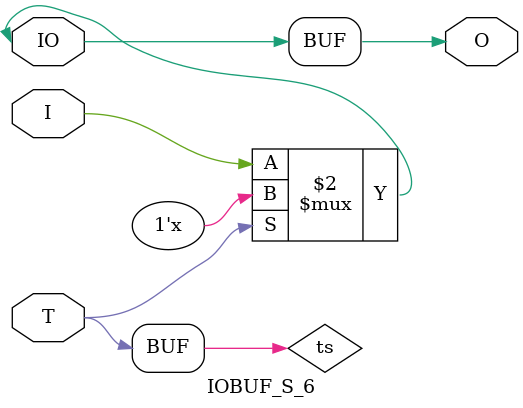
<source format=v>

/*

FUNCTION	: INPUT TRI-STATE OUTPUT BUFFER

*/

`celldefine
`timescale  100 ps / 10 ps

module IOBUF_S_6 (O, IO, I, T);

    output O;

    inout  IO;

    input  I, T;

    or O1 (ts, 1'b0, T);
    bufif0 T1 (IO, I, ts);

    buf B1 (O, IO);

endmodule

</source>
